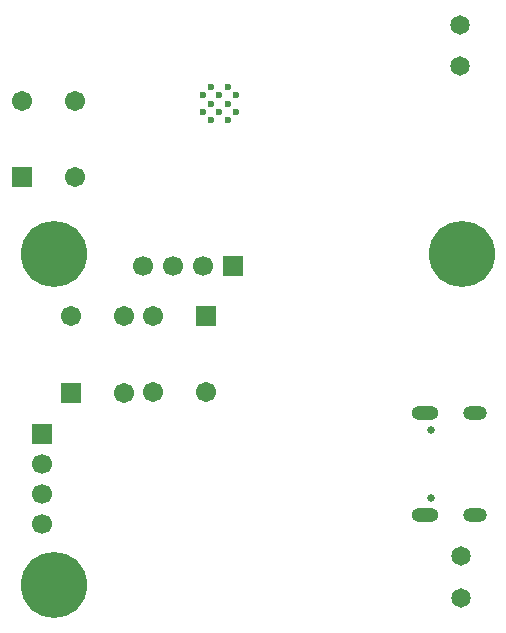
<source format=gbs>
G04 #@! TF.GenerationSoftware,KiCad,Pcbnew,9.0.2*
G04 #@! TF.CreationDate,2025-07-23T09:57:04+02:00*
G04 #@! TF.ProjectId,Capteur_courant_IoT,43617074-6575-4725-9f63-6f7572616e74,rev?*
G04 #@! TF.SameCoordinates,Original*
G04 #@! TF.FileFunction,Soldermask,Bot*
G04 #@! TF.FilePolarity,Negative*
%FSLAX46Y46*%
G04 Gerber Fmt 4.6, Leading zero omitted, Abs format (unit mm)*
G04 Created by KiCad (PCBNEW 9.0.2) date 2025-07-23 09:57:04*
%MOMM*%
%LPD*%
G01*
G04 APERTURE LIST*
G04 Aperture macros list*
%AMRoundRect*
0 Rectangle with rounded corners*
0 $1 Rounding radius*
0 $2 $3 $4 $5 $6 $7 $8 $9 X,Y pos of 4 corners*
0 Add a 4 corners polygon primitive as box body*
4,1,4,$2,$3,$4,$5,$6,$7,$8,$9,$2,$3,0*
0 Add four circle primitives for the rounded corners*
1,1,$1+$1,$2,$3*
1,1,$1+$1,$4,$5*
1,1,$1+$1,$6,$7*
1,1,$1+$1,$8,$9*
0 Add four rect primitives between the rounded corners*
20,1,$1+$1,$2,$3,$4,$5,0*
20,1,$1+$1,$4,$5,$6,$7,0*
20,1,$1+$1,$6,$7,$8,$9,0*
20,1,$1+$1,$8,$9,$2,$3,0*%
G04 Aperture macros list end*
%ADD10C,5.600000*%
%ADD11R,1.700000X1.700000*%
%ADD12C,1.700000*%
%ADD13RoundRect,0.102000X0.754000X-0.754000X0.754000X0.754000X-0.754000X0.754000X-0.754000X-0.754000X0*%
%ADD14C,1.712000*%
%ADD15C,1.651000*%
%ADD16RoundRect,0.102000X-0.754000X0.754000X-0.754000X-0.754000X0.754000X-0.754000X0.754000X0.754000X0*%
%ADD17C,0.600000*%
%ADD18C,0.650000*%
%ADD19O,2.304000X1.204000*%
%ADD20O,2.004000X1.204000*%
G04 APERTURE END LIST*
D10*
X127000000Y-95000000D03*
X127000000Y-123000000D03*
D11*
X142180000Y-96000000D03*
D12*
X139640000Y-96000000D03*
X137100000Y-96000000D03*
X134560000Y-96000000D03*
D13*
X128412500Y-106750000D03*
D14*
X128412500Y-100250000D03*
X132912500Y-106750000D03*
X132912500Y-100250000D03*
D10*
X161500000Y-95000000D03*
D15*
X161451200Y-120587400D03*
X161451200Y-124087402D03*
D16*
X139887500Y-100200000D03*
D14*
X139887500Y-106700000D03*
X135387500Y-100200000D03*
X135387500Y-106700000D03*
D13*
X124300000Y-88500000D03*
D14*
X124300000Y-82000000D03*
X128800000Y-88500000D03*
X128800000Y-82000000D03*
D15*
X161351200Y-75605096D03*
X161351200Y-79105098D03*
D17*
X139600000Y-81560000D03*
X139600000Y-82960000D03*
X140300000Y-80860000D03*
X140300000Y-82260000D03*
X140300000Y-83660000D03*
X141000000Y-81560000D03*
X141000000Y-82960000D03*
X141700000Y-80860000D03*
X141700000Y-82260000D03*
X141700000Y-83660000D03*
X142400000Y-81560000D03*
X142400000Y-82960000D03*
D11*
X126000000Y-110190000D03*
D12*
X126000000Y-112730000D03*
X126000000Y-115270000D03*
X126000000Y-117810000D03*
D18*
X158920000Y-115667500D03*
X158920000Y-109887500D03*
D19*
X158420000Y-117097500D03*
X158420000Y-108457500D03*
D20*
X162600000Y-117097500D03*
X162600000Y-108457500D03*
M02*

</source>
